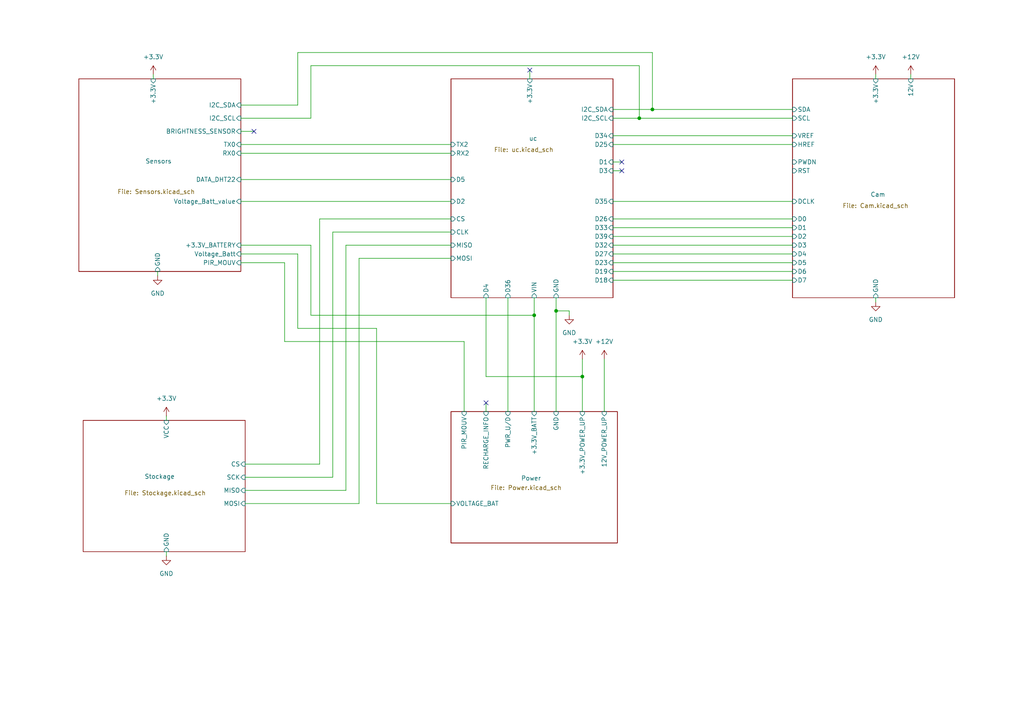
<source format=kicad_sch>
(kicad_sch (version 20250114) (generator "eeschema") (generator_version "9.0")
  (paper "A4")
  (title_block (title "Collecteur de données Animalières") (date "2025-11-28") (rev "A1") (company "Polytech Nantes - ETN4") (comment 1 "Architecture Collectuer de données"))
  (lib_symbols
    (symbol "power:+12V" (power) (pin_numbers (hide yes)) (pin_names (offset 0) (hide yes))
      (property "Value" "+12V" (at 0 3.556 0))
      (symbol "+12V_0_1"
        (polyline (pts (xy -0.762 1.27) (xy 0 2.54)))
        (polyline (pts (xy 0 2.54) (xy 0.762 1.27)))
        (polyline (pts (xy 0 0) (xy 0 2.54)))
      )
      (symbol "+12V_1_1"
        (pin power_in line (at 0 0 90) (length 0) (name "~") (number "1"))
      )
    )
    (symbol "power:+3.3V" (power) (pin_numbers (hide yes)) (pin_names (offset 0) (hide yes))
      (property "Value" "+3.3V" (at 0 3.556 0))
      (symbol "+3.3V_0_1"
        (polyline (pts (xy -0.762 1.27) (xy 0 2.54)))
        (polyline (pts (xy 0 2.54) (xy 0.762 1.27)))
        (polyline (pts (xy 0 0) (xy 0 2.54)))
      )
      (symbol "+3.3V_1_1"
        (pin power_in line (at 0 0 90) (length 0) (name "~") (number "1"))
      )
    )
    (symbol "power:GND" (power) (pin_numbers (hide yes)) (pin_names (offset 0) (hide yes))
      (property "Value" "GND" (at 0 -3.81 0))
      (symbol "GND_0_1"
        (polyline (pts (xy 0 0) (xy 0 -1.27) (xy 1.27 -1.27) (xy 0 -2.54) (xy -1.27 -1.27) (xy 0 -1.27)))
      )
      (symbol "GND_1_1"
        (pin power_in line (at 0 0 270) (length 0) (name "~") (number "1"))
      )
    )
  )
  (junction (at 154.94 91.44))
  (junction (at 189.23 31.75))
  (junction (at 161.29 90.17))
  (junction (at 185.42 34.29))
  (junction (at 168.91 109.22))
  (no_connect (at 140.97 116.84))
  (no_connect (at 153.67 20.32))
  (no_connect (at 180.34 46.99))
  (no_connect (at 73.66 38.1))
  (no_connect (at 180.34 49.53))
  (wire (pts (xy 140.97 109.22) (xy 168.91 109.22)))
  (wire (pts (xy 168.91 104.14) (xy 168.91 109.22)))
  (wire (pts (xy 154.94 91.44) (xy 154.94 119.38)))
  (wire (pts (xy 185.42 34.29) (xy 229.87 34.29)))
  (wire (pts (xy 86.36 30.48) (xy 86.36 15.24)))
  (wire (pts (xy 109.22 95.25) (xy 109.22 146.05)))
  (wire (pts (xy 69.85 71.12) (xy 90.17 71.12)))
  (wire (pts (xy 69.85 58.42) (xy 130.81 58.42)))
  (wire (pts (xy 69.85 41.91) (xy 130.81 41.91)))
  (wire (pts (xy 92.71 63.5) (xy 130.81 63.5)))
  (wire (pts (xy 44.45 21.59) (xy 44.45 22.86)))
  (wire (pts (xy 147.32 86.36) (xy 147.32 119.38)))
  (wire (pts (xy 90.17 91.44) (xy 154.94 91.44)))
  (wire (pts (xy 161.29 86.36) (xy 161.29 90.17)))
  (wire (pts (xy 177.8 58.42) (xy 229.87 58.42)))
  (wire (pts (xy 69.85 30.48) (xy 86.36 30.48)))
  (wire (pts (xy 177.8 81.28) (xy 229.87 81.28)))
  (wire (pts (xy 90.17 34.29) (xy 90.17 19.05)))
  (wire (pts (xy 90.17 19.05) (xy 185.42 19.05)))
  (wire (pts (xy 177.8 49.53) (xy 180.34 49.53)))
  (wire (pts (xy 100.33 142.24) (xy 100.33 71.12)))
  (wire (pts (xy 165.1 91.44) (xy 165.1 90.17)))
  (wire (pts (xy 69.85 76.2) (xy 82.55 76.2)))
  (wire (pts (xy 177.8 31.75) (xy 189.23 31.75)))
  (wire (pts (xy 45.72 80.01) (xy 45.72 78.74)))
  (wire (pts (xy 92.71 63.5) (xy 92.71 134.62)))
  (wire (pts (xy 177.8 68.58) (xy 229.87 68.58)))
  (wire (pts (xy 177.8 63.5) (xy 229.87 63.5)))
  (wire (pts (xy 134.62 99.06) (xy 134.62 119.38)))
  (wire (pts (xy 168.91 109.22) (xy 168.91 119.38)))
  (wire (pts (xy 90.17 71.12) (xy 90.17 91.44)))
  (wire (pts (xy 48.26 160.02) (xy 48.26 161.29)))
  (wire (pts (xy 69.85 44.45) (xy 130.81 44.45)))
  (wire (pts (xy 177.8 39.37) (xy 229.87 39.37)))
  (wire (pts (xy 86.36 15.24) (xy 189.23 15.24)))
  (wire (pts (xy 100.33 71.12) (xy 130.81 71.12)))
  (wire (pts (xy 71.12 142.24) (xy 100.33 142.24)))
  (wire (pts (xy 254 21.59) (xy 254 22.86)))
  (wire (pts (xy 104.14 146.05) (xy 71.12 146.05)))
  (wire (pts (xy 177.8 78.74) (xy 229.87 78.74)))
  (wire (pts (xy 140.97 86.36) (xy 140.97 109.22)))
  (wire (pts (xy 161.29 90.17) (xy 165.1 90.17)))
  (wire (pts (xy 104.14 74.93) (xy 130.81 74.93)))
  (wire (pts (xy 177.8 41.91) (xy 229.87 41.91)))
  (wire (pts (xy 177.8 71.12) (xy 229.87 71.12)))
  (wire (pts (xy 177.8 73.66) (xy 229.87 73.66)))
  (wire (pts (xy 185.42 19.05) (xy 185.42 34.29)))
  (wire (pts (xy 86.36 95.25) (xy 86.36 73.66)))
  (wire (pts (xy 109.22 146.05) (xy 130.81 146.05)))
  (wire (pts (xy 177.8 66.04) (xy 229.87 66.04)))
  (wire (pts (xy 153.67 20.32) (xy 153.67 22.86)))
  (wire (pts (xy 177.8 76.2) (xy 229.87 76.2)))
  (wire (pts (xy 86.36 95.25) (xy 109.22 95.25)))
  (wire (pts (xy 104.14 74.93) (xy 104.14 146.05)))
  (wire (pts (xy 175.26 104.14) (xy 175.26 119.38)))
  (wire (pts (xy 69.85 38.1) (xy 73.66 38.1)))
  (wire (pts (xy 96.52 67.31) (xy 130.81 67.31)))
  (wire (pts (xy 69.85 52.07) (xy 130.81 52.07)))
  (wire (pts (xy 86.36 73.66) (xy 69.85 73.66)))
  (wire (pts (xy 154.94 86.36) (xy 154.94 91.44)))
  (wire (pts (xy 254 87.63) (xy 254 86.36)))
  (wire (pts (xy 264.16 21.59) (xy 264.16 22.86)))
  (wire (pts (xy 189.23 15.24) (xy 189.23 31.75)))
  (wire (pts (xy 96.52 138.43) (xy 71.12 138.43)))
  (wire (pts (xy 82.55 76.2) (xy 82.55 99.06)))
  (wire (pts (xy 161.29 90.17) (xy 161.29 119.38)))
  (wire (pts (xy 96.52 67.31) (xy 96.52 138.43)))
  (wire (pts (xy 48.26 120.65) (xy 48.26 121.92)))
  (wire (pts (xy 71.12 134.62) (xy 92.71 134.62)))
  (wire (pts (xy 189.23 31.75) (xy 229.87 31.75)))
  (wire (pts (xy 140.97 116.84) (xy 140.97 119.38)))
  (wire (pts (xy 82.55 99.06) (xy 134.62 99.06)))
  (wire (pts (xy 69.85 34.29) (xy 90.17 34.29)))
  (wire (pts (xy 177.8 46.99) (xy 180.34 46.99)))
  (wire (pts (xy 177.8 34.29) (xy 185.42 34.29)))
  (symbol (lib_id "power:+3.3V") (at 168.91 104.14 0) (unit 1)
    (property "Reference" "#PWR010" (effects (hide yes)))
    (property "Value" "+3.3V" (at 168.91 99.06 0))
    (property "Description" "Power symbol creates a global label with name \"+3.3V\"" (effects (hide yes)))
  )
  (symbol (lib_id "power:+3.3V") (at 254 21.59 0) (unit 1)
    (property "Reference" "#PWR015" (effects (hide yes)))
    (property "Value" "+3.3V" (at 254 16.51 0))
    (property "Description" "Power symbol creates a global label with name \"+3.3V\"" (effects (hide yes)))
  )
  (symbol (lib_id "power:GND") (at 254 87.63 0) (unit 1)
    (property "Reference" "#PWR016" (effects (hide yes)))
    (property "Value" "GND" (at 254 92.71 0))
    (property "Description" "Power symbol creates a global label with name \"GND\" , ground" (effects (hide yes)))
  )
  (symbol (lib_id "power:+3.3V") (at 48.26 120.65 0) (unit 1)
    (property "Reference" "#PWR022" (effects (hide yes)))
    (property "Value" "+3.3V" (at 48.26 115.57 0))
    (property "Description" "Power symbol creates a global label with name \"+3.3V\"" (effects (hide yes)))
  )
  (symbol (lib_id "power:+3.3V") (at 44.45 21.59 0) (unit 1)
    (property "Reference" "#PWR018" (effects (hide yes)))
    (property "Value" "+3.3V" (at 44.45 16.51 0))
    (property "Description" "Power symbol creates a global label with name \"+3.3V\"" (effects (hide yes)))
  )
  (symbol (lib_id "power:GND") (at 165.1 91.44 0) (unit 1)
    (property "Reference" "#PWR011" (effects (hide yes)))
    (property "Value" "GND" (at 165.1 96.52 0))
    (property "Description" "Power symbol creates a global label with name \"GND\" , ground" (effects (hide yes)))
  )
  (symbol (lib_id "power:+12V") (at 175.26 104.14 0) (unit 1)
    (property "Reference" "#PWR02" (effects (hide yes)))
    (property "Value" "+12V" (at 175.26 99.06 0))
    (property "Description" "Power symbol creates a global label with name \"+12V\"" (effects (hide yes)))
  )
  (symbol (lib_id "power:GND") (at 45.72 80.01 0) (unit 1)
    (property "Reference" "#PWR017" (effects (hide yes)))
    (property "Value" "GND" (at 45.72 85.09 0))
    (property "Description" "Power symbol creates a global label with name \"GND\" , ground" (effects (hide yes)))
  )
  (symbol (lib_id "power:+12V") (at 264.16 21.59 0) (unit 1)
    (property "Reference" "#PWR01" (effects (hide yes)))
    (property "Value" "+12V" (at 264.16 16.51 0))
    (property "Description" "Power symbol creates a global label with name \"+12V\"" (effects (hide yes)))
  )
  (symbol (lib_id "power:GND") (at 48.26 161.29 0) (unit 1)
    (property "Reference" "#PWR023" (effects (hide yes)))
    (property "Value" "GND" (at 48.26 166.37 0))
    (property "Description" "Power symbol creates a global label with name \"GND\" , ground" (effects (hide yes)))
  )
  (sheet (at 22.86 22.86) (size 46.99 55.88) (stroke (width 0.1524))
    (property "Sheetname" "Sensors" (at 42.164 47.498 0) (effects (justify left bottom)))
    (property "Sheetfile" "Sensors.kicad_sch" (at 34.036 54.864 0) (effects (justify left top)))
    (pin "+3.3V" input (at 44.45 22.86 90))
    (pin "GND" input (at 45.72 78.74 270))
    (pin "I2C_SCL" input (at 69.85 34.29 0))
    (pin "I2C_SDA" input (at 69.85 30.48 0))
    (pin "TX0" input (at 69.85 41.91 0))
    (pin "RX0" input (at 69.85 44.45 0))
    (pin "DATA_DHT22" input (at 69.85 52.07 0))
    (pin "BRIGHTNESS_SENSOR" input (at 69.85 38.1 0))
    (pin "PIR_MOUV" input (at 69.85 76.2 0))
    (pin "Voltage_Batt_value" input (at 69.85 58.42 0))
    (pin "Voltage_Batt" input (at 69.85 73.66 0))
    (pin "+3.3V_BATTERY" input (at 69.85 71.12 0))
  )
  (sheet (at 24.13 121.92) (size 46.99 38.1) (stroke (width 0.1524))
    (property "Sheetname" "Stockage" (at 41.91 138.938 0) (effects (justify left bottom)))
    (property "Sheetfile" "Stockage.kicad_sch" (at 36.068 142.24 0) (effects (justify left top)))
    (pin "CS" input (at 71.12 134.62 0))
    (pin "SCK" input (at 71.12 138.43 0))
    (pin "MISO" input (at 71.12 142.24 0))
    (pin "MOSI" input (at 71.12 146.05 0))
    (pin "VCC" input (at 48.26 121.92 90))
    (pin "GND" input (at 48.26 160.02 270))
  )
  (sheet (at 130.81 22.86) (size 46.99 63.5) (stroke (width 0.1524))
    (property "Sheetname" "uc" (at 153.416 40.894 0) (effects (justify left bottom)))
    (property "Sheetfile" "uc.kicad_sch" (at 143.256 42.672 0) (effects (justify left top)))
    (pin "+3.3V" input (at 153.67 22.86 90))
    (pin "GND" input (at 161.29 86.36 270))
    (pin "I2C_SDA" input (at 177.8 31.75 0))
    (pin "I2C_SCL" input (at 177.8 34.29 0))
    (pin "D34" input (at 177.8 39.37 0))
    (pin "VIN" input (at 154.94 86.36 270))
    (pin "D25" input (at 177.8 41.91 0))
    (pin "D33" input (at 177.8 66.04 0))
    (pin "D4" input (at 140.97 86.36 270))
    (pin "D2" input (at 130.81 58.42 180))
    (pin "D26" input (at 177.8 63.5 0))
    (pin "D32" input (at 177.8 71.12 0))
    (pin "D35" input (at 177.8 58.42 0))
    (pin "D39" input (at 177.8 68.58 0))
    (pin "D36" input (at 147.32 86.36 270))
    (pin "D19" input (at 177.8 78.74 0))
    (pin "D18" input (at 177.8 81.28 0))
    (pin "D5" input (at 130.81 52.07 180))
    (pin "D23" input (at 177.8 76.2 0))
    (pin "D1" input (at 177.8 46.99 0))
    (pin "D3" input (at 177.8 49.53 0))
    (pin "RX2" input (at 130.81 44.45 180))
    (pin "TX2" input (at 130.81 41.91 180))
    (pin "D27" input (at 177.8 73.66 0))
    (pin "MOSI" input (at 130.81 74.93 180))
    (pin "MISO" input (at 130.81 71.12 180))
    (pin "CLK" input (at 130.81 67.31 180))
    (pin "CS" input (at 130.81 63.5 180))
  )
  (sheet (at 130.81 119.38) (size 48.26 38.1) (stroke (width 0.1524))
    (property "Sheetname" "Power" (at 151.13 139.446 0) (effects (justify left bottom)))
    (property "Sheetfile" "Power.kicad_sch" (at 142.24 140.716 0) (effects (justify left top)))
    (pin "GND" input (at 161.29 119.38 90))
    (pin "PWR_U{slash}D" input (at 147.32 119.38 90))
    (pin "+3.3V_BATT" input (at 154.94 119.38 90))
    (pin "+3.3V_POWER_UP" input (at 168.91 119.38 90))
    (pin "PIR_MOUV" input (at 134.62 119.38 90))
    (pin "12V_POWER_UP" input (at 175.26 119.38 90))
    (pin "VOLTAGE_BAT" input (at 130.81 146.05 180))
    (pin "RECHARGE_INFO" input (at 140.97 119.38 90))
  )
  (sheet (at 229.87 22.86) (size 46.99 63.5) (stroke (width 0.1524))
    (property "Sheetname" "Cam" (at 252.476 57.15 0) (effects (justify left bottom)))
    (property "Sheetfile" "Cam.kicad_sch" (at 244.348 58.928 0) (effects (justify left top)))
    (pin "GND" input (at 254 86.36 270))
    (pin "+3.3V" input (at 254 22.86 90))
    (pin "SCL" input (at 229.87 34.29 180))
    (pin "SDA" input (at 229.87 31.75 180))
    (pin "VREF" input (at 229.87 39.37 180))
    (pin "PWDN" input (at 229.87 46.99 180))
    (pin "D1" input (at 229.87 66.04 180))
    (pin "DCLK" input (at 229.87 58.42 180))
    (pin "D0" input (at 229.87 63.5 180))
    (pin "D4" input (at 229.87 73.66 180))
    (pin "HREF" input (at 229.87 41.91 180))
    (pin "D6" input (at 229.87 78.74 180))
    (pin "RST" input (at 229.87 49.53 180))
    (pin "D5" input (at 229.87 76.2 180))
    (pin "D7" input (at 229.87 81.28 180))
    (pin "D2" input (at 229.87 68.58 180))
    (pin "D3" input (at 229.87 71.12 180))
    (pin "12V" input (at 264.16 22.86 90))
  )
)
</source>
